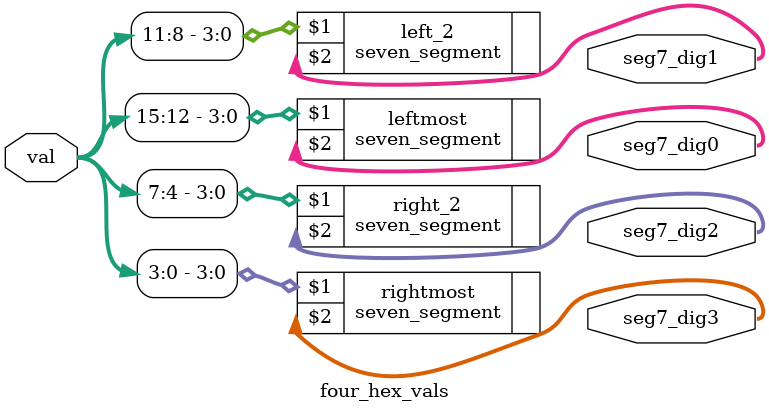
<source format=v>

module four_hex_vals(
input [15:0]val,
output [6:0]seg7_dig0,
output [6:0]seg7_dig1,
output [6:0]seg7_dig2,
output [6:0]seg7_dig3
);

seven_segment leftmost(val[15:12], seg7_dig0);
seven_segment left_2(val[11:8], seg7_dig1);
seven_segment right_2(val[7:4], seg7_dig2);
seven_segment rightmost(val[3:0], seg7_dig3);

endmodule

</source>
